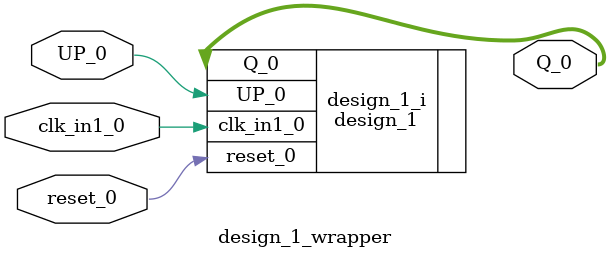
<source format=v>
`timescale 1 ps / 1 ps

module design_1_wrapper
   (Q_0,
    UP_0,
    clk_in1_0,
    reset_0);
  output [3:0]Q_0;
  input UP_0;
  input clk_in1_0;
  input reset_0;

  wire [3:0]Q_0;
  wire UP_0;
  wire clk_in1_0;
  wire reset_0;

  design_1 design_1_i
       (.Q_0(Q_0),
        .UP_0(UP_0),
        .clk_in1_0(clk_in1_0),
        .reset_0(reset_0));
endmodule

</source>
